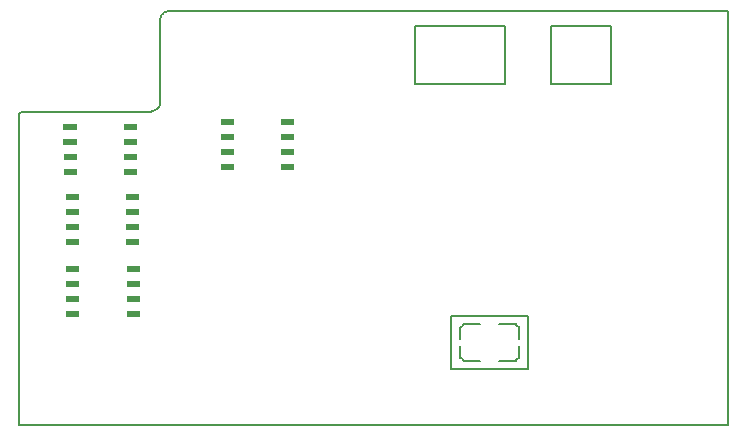
<source format=gm1>
G04*
G04 #@! TF.GenerationSoftware,Altium Limited,Altium Designer,18.0.12 (696)*
G04*
G04 Layer_Color=16711935*
%FSLAX44Y44*%
%MOMM*%
G71*
G01*
G75*
%ADD10C,0.2000*%
%ADD20C,0.1520*%
%ADD65C,0.1270*%
G36*
X233180Y253840D02*
X222198D01*
Y258759D01*
X233180D01*
Y253840D01*
D02*
G37*
G36*
X182180D02*
X171085D01*
Y258806D01*
X182180D01*
Y253840D01*
D02*
G37*
G36*
X100000Y249650D02*
X89018D01*
Y254569D01*
X100000D01*
Y249650D01*
D02*
G37*
G36*
X49000D02*
X37905D01*
Y254616D01*
X49000D01*
Y249650D01*
D02*
G37*
G36*
X233180Y241140D02*
X222216D01*
Y246056D01*
X233180D01*
Y241140D01*
D02*
G37*
G36*
X182180D02*
X171096D01*
Y246064D01*
X182180D01*
Y241140D01*
D02*
G37*
G36*
X100000Y236950D02*
X89036D01*
Y241866D01*
X100000D01*
Y236950D01*
D02*
G37*
G36*
X49000D02*
X37916D01*
Y241874D01*
X49000D01*
Y236950D01*
D02*
G37*
G36*
X233180Y228440D02*
X222227D01*
Y233331D01*
X233180D01*
Y228440D01*
D02*
G37*
G36*
X182180D02*
X171150D01*
Y233336D01*
X182180D01*
Y228440D01*
D02*
G37*
G36*
X100000Y224250D02*
X89047D01*
Y229141D01*
X100000D01*
Y224250D01*
D02*
G37*
G36*
X49000D02*
X37970D01*
Y229146D01*
X49000D01*
Y224250D01*
D02*
G37*
G36*
X233180Y215740D02*
X222219D01*
Y220607D01*
X233180D01*
Y215740D01*
D02*
G37*
G36*
X182180D02*
X171150D01*
Y220624D01*
X182180D01*
Y215740D01*
D02*
G37*
G36*
X100000Y211550D02*
X89039D01*
Y216417D01*
X100000D01*
Y211550D01*
D02*
G37*
G36*
X49000D02*
X37970D01*
Y216434D01*
X49000D01*
Y211550D01*
D02*
G37*
G36*
X102212Y190336D02*
X91230D01*
Y195255D01*
X102212D01*
Y190336D01*
D02*
G37*
G36*
X51212D02*
X40117D01*
Y195302D01*
X51212D01*
Y190336D01*
D02*
G37*
G36*
X102212Y177636D02*
X91248D01*
Y182552D01*
X102212D01*
Y177636D01*
D02*
G37*
G36*
X51212D02*
X40128D01*
Y182560D01*
X51212D01*
Y177636D01*
D02*
G37*
G36*
X102212Y164936D02*
X91259D01*
Y169827D01*
X102212D01*
Y164936D01*
D02*
G37*
G36*
X51212D02*
X40182D01*
Y169832D01*
X51212D01*
Y164936D01*
D02*
G37*
G36*
X102212Y152236D02*
X91251D01*
Y157103D01*
X102212D01*
Y152236D01*
D02*
G37*
G36*
X51212D02*
X40182D01*
Y157120D01*
X51212D01*
Y152236D01*
D02*
G37*
G36*
X102356Y129204D02*
X91374D01*
Y134123D01*
X102356D01*
Y129204D01*
D02*
G37*
G36*
X51356D02*
X40261D01*
Y134170D01*
X51356D01*
Y129204D01*
D02*
G37*
G36*
X102356Y116504D02*
X91392D01*
Y121420D01*
X102356D01*
Y116504D01*
D02*
G37*
G36*
X51356D02*
X40272D01*
Y121428D01*
X51356D01*
Y116504D01*
D02*
G37*
G36*
X102356Y103804D02*
X91403D01*
Y108695D01*
X102356D01*
Y103804D01*
D02*
G37*
G36*
X51356D02*
X40326D01*
Y108700D01*
X51356D01*
Y103804D01*
D02*
G37*
G36*
X102356Y91104D02*
X91395D01*
Y95971D01*
X102356D01*
Y91104D01*
D02*
G37*
G36*
X51356D02*
X40326D01*
Y95988D01*
X51356D01*
Y91104D01*
D02*
G37*
D10*
X451104Y337892D02*
X501904D01*
Y288108D02*
Y337892D01*
X451104Y288108D02*
X501904D01*
X451104D02*
Y337892D01*
X411734Y288108D02*
Y337892D01*
X335534D02*
X411734D01*
X335534Y288108D02*
Y337892D01*
Y288108D02*
X411734D01*
D20*
X0Y0D02*
Y261586D01*
Y0D02*
X600202D01*
Y350012D01*
X129000D02*
X600202D01*
X126828Y350000D02*
X129000Y350012D01*
X126156Y350000D02*
X126828Y350000D01*
X124837Y349738D02*
X126156Y350000D01*
X123594Y349223D02*
X124837Y349738D01*
X122476Y348475D02*
X123594Y349223D01*
X122000Y348000D02*
X122476Y348475D01*
X121524Y347524D02*
X122000Y348000D01*
X120777Y346406D02*
X121524Y347524D01*
X120262Y345163D02*
X120777Y346406D01*
X120000Y343844D02*
X120262Y345163D01*
X120000Y343172D02*
Y343844D01*
X120000Y274828D02*
X120000Y343172D01*
X120000Y274828D02*
X120053Y273918D01*
X119892Y272102D02*
X120053Y273918D01*
X119380Y270353D02*
X119892Y272102D01*
X118536Y268738D02*
X119380Y270353D01*
X118000Y268000D02*
X118536Y268738D01*
X117184Y267300D02*
X118000Y268000D01*
X115368Y266155D02*
X117184Y267300D01*
X113363Y265387D02*
X115368Y266155D01*
X111246Y265024D02*
X113363Y265387D01*
X110172Y265000D02*
X111246Y265024D01*
X3414Y265000D02*
X110172D01*
X3078Y265000D02*
X3414Y265000D01*
X2418Y264869D02*
X3078Y265000D01*
X1797Y264611D02*
X2418Y264869D01*
X1238Y264238D02*
X1797Y264611D01*
X1000Y264000D02*
X1238Y264238D01*
X762Y263762D02*
X1000Y264000D01*
X389Y263203D02*
X762Y263762D01*
X131Y262582D02*
X389Y263203D01*
X0Y261922D02*
X131Y262582D01*
X0Y261586D02*
Y261922D01*
D65*
X373780Y82580D02*
G03*
X376780Y85580I0J3000D01*
G01*
X420780D02*
G03*
X423780Y82580I3000J0D01*
G01*
X376780Y53580D02*
G03*
X373780Y56580I-3000J0D01*
G01*
X423780D02*
G03*
X420780Y53580I0J-3000D01*
G01*
X373780Y72580D02*
Y82580D01*
X376780Y85580D02*
X390780D01*
X406780D02*
X420780D01*
X423780Y72580D02*
Y82580D01*
X373780Y56580D02*
Y66580D01*
X376780Y53580D02*
X390780D01*
X406780D02*
X420780D01*
X423780Y56580D02*
Y66580D01*
X366280Y47080D02*
X431280D01*
Y92080D01*
X366280D02*
X431280D01*
X366280Y47080D02*
Y92080D01*
M02*

</source>
